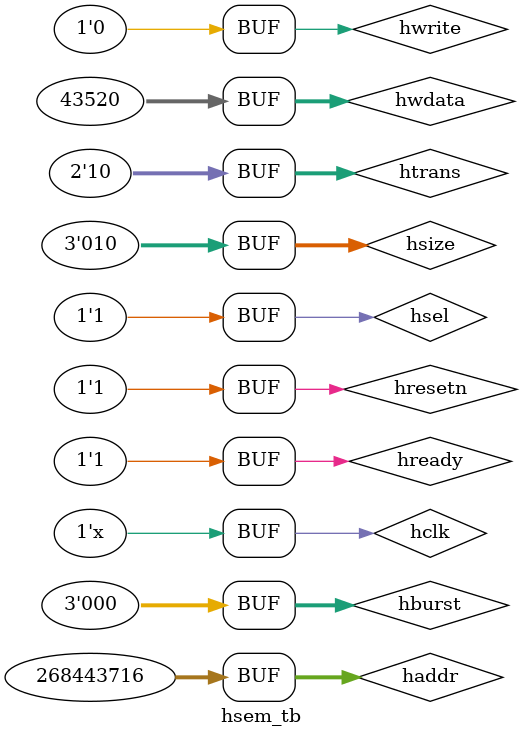
<source format=v>
`include "sem_config.v"

module hsem_tb();

    reg               hclk;
    reg               hresetn;
    reg               hsel; // In fact, hsel is same as hready in functional judgement
    reg               hready; // this is the ready_in
    reg       [2:0]   hburst; // default is single transfer
    reg               hmastlock; //not used
    reg       [3:0]   hprot;  // not used
    reg       [1:0]   htrans; // only use bit 1 to judge
    reg       [2:0]   hsize;  // default is 3'b010 
    reg               hwrite; // use to judge direction
    reg      [31:0]   haddr;  // Maybe need to use reg to save this
    reg      [31:0]   hwdata; // use 
    wire              hreadyout; //this is the ready_out, here we assume all the transfer will be single, thus this signal will always 1'b1
    wire      [1:0]   hresp; // always send okay:2'b00 
    wire     [31:0]   hrdata;
    wire  intr_0;
    wire  intr_1;

    // // resource_0
    // haddr <= 32'h10002000; // phase_0
    // hsel <= 1;
    // hready <= 1;
    // hburst <= 3'b000;
    // htrans <= 2'b10;
    // hsize <= 3'b010;
    // hwrite <= 1;
    // #10;
    // hwdata <= 32'b1;

    always #5 hclk = ~hclk;

    initial begin
        hclk <= 1;
        hresetn <=0; 
        #10;
        hresetn <=1;
        #10;
        // resource_0
        haddr <= 32'h10002000; // phase_0
        hsel <= 1;
        hready <= 1;
        hburst <= 3'b000;
        htrans <= 2'b10;
        hsize <= 3'b010;
        hwrite <= 1;
        #10;
        hwdata <= 32'b1;
        haddr <= 32'h10002000; // phase_1
        hsel <= 1;
        hready <= 1;
        hburst <= 3'b000;
        htrans <= 2'b10;
        hsize <= 3'b010;
        hwrite <= 1;
        #10;
        // resource_1
        hwdata <= 32'haa00;
        haddr <= 32'h10002020; // read intr status
        hsel <= 1;
        hready <= 1;
        hburst <= 3'b000;
        htrans <= 2'b10;
        hsize <= 3'b010;
        hwrite <= 0;
        #10;
        // resource_1
        haddr <= 32'h10002028; // read err
        hsel <= 1;
        hready <= 1;
        hburst <= 3'b000;
        htrans <= 2'b10;
        hsize <= 3'b010;
        hwrite <= 0;
        #10;
        // resource_1
        haddr <= 32'h1000202c; // clear err
        hsel <= 1;
        hready <= 1;
        hburst <= 3'b000;
        htrans <= 2'b10;
        hsize <= 3'b010;
        hwrite <= 0;
        #10;
        // resource_1
        haddr <= 32'h10002024; // clear intr
        hsel <= 1;
        hready <= 1;
        hburst <= 3'b000;
        htrans <= 2'b10;
        hsize <= 3'b010;
        hwrite <= 0;
        #10;
        // resource_1
        haddr <= 32'h10002030; // read hsem0 status
        hsel <= 1;
        hready <= 1;
        hburst <= 3'b000;
        htrans <= 2'b10;
        hsize <= 3'b010;
        hwrite <= 0;
        #10;
        // resource_1
        haddr <= 32'h10002044; // read hsem0 status
        hsel <= 1;
        hready <= 1;
        hburst <= 3'b000;
        htrans <= 2'b10;
        hsize <= 3'b010;
        hwrite <= 0;
    end

    // initial begin
    //     hclk <= 1;
    //     hresetn <=0; 
    //     #10;
    //     hresetn <=1;
    //     #10;
    //     // resource_0
    //     haddr <= 32'h10002000; // phase_0
    //     hsel <= 1;
    //     hready <= 1;
    //     hburst <= 3'b000;
    //     htrans <= 2'b10;
    //     hsize <= 3'b010;
    //     hwrite <= 1;
    //     #10;
    //     hwdata <= 32'b1;
    //     haddr <= 32'h10002004; // phase_1
    //     hsel <= 1;
    //     hready <= 1;
    //     hburst <= 3'b000;
    //     htrans <= 2'b10;
    //     hsize <= 3'b010;
    //     hwrite <= 1;
    //     #10;
    //     // resource_1
    //     hwdata <= 32'b1;
    //     haddr <= 32'h10002008; // phase_0
    //     hsel <= 1;
    //     hready <= 1;
    //     hburst <= 3'b000;
    //     htrans <= 2'b10;
    //     hsize <= 3'b010;
    //     hwrite <= 1;
    //     #10;
    //     hwdata <= 32'b1;
    //     haddr <= 32'h1000200c; // phase_1
    //     hsel <= 1;
    //     hready <= 1;
    //     hburst <= 3'b000;
    //     htrans <= 2'b10;
    //     hsize <= 3'b010;
    //     hwrite <= 1;
    //     #10;
    //     // resource_0
    //     hwdata <= 32'b1;
    //     haddr <= 32'h10002010; // phase_0
    //     hsel <= 1;
    //     hready <= 1;
    //     hburst <= 3'b000;
    //     htrans <= 2'b10;
    //     hsize <= 3'b010;
    //     hwrite <= 1;
    //     #10;
    //     hwdata <= 32'b1;
    //     haddr <= 32'h10002014; // phase_1
    //     hsel <= 1;
    //     hready <= 1;
    //     hburst <= 3'b000;
    //     htrans <= 2'b10;
    //     hsize <= 3'b010;
    //     hwrite <= 1;
    //     #10;
    //     // resource_1
    //     hwdata <= 32'b1;
    //     haddr <= 32'h10002018; // phase_0
    //     hsel <= 1;
    //     hready <= 1;
    //     hburst <= 3'b000;
    //     htrans <= 2'b10;
    //     hsize <= 3'b010;
    //     hwrite <= 1;
    //     #10;
    //     hwdata <= 32'b1;
    //     haddr <= 32'h1000201c; // phase_1
    //     hsel <= 1;
    //     hready <= 1;
    //     hburst <= 3'b000;
    //     htrans <= 2'b10;
    //     hsize <= 3'b010;
    //     hwrite <= 1;
    //     #10;
    //     // resource_0
    //     hwdata <= 32'b1;
    //     haddr <= 32'h10002020; // phase_0
    //     hsel <= 1;
    //     hready <= 1;
    //     hburst <= 3'b000;
    //     htrans <= 2'b10;
    //     hsize <= 3'b010;
    //     hwrite <= 1;
    //     #10;
    //     hwdata <= 32'b1001;
    //     haddr <= 32'h10002024; // phase_1
    //     hsel <= 1;
    //     hready <= 1;
    //     hburst <= 3'b000;
    //     htrans <= 2'b10;
    //     hsize <= 3'b010;
    //     hwrite <= 1;
    //     #10;
    //     // resource_1
    //     hwdata <= 32'b1010;
    //     haddr <= 32'h10002028; // phase_0
    //     hsel <= 1;
    //     hready <= 1;
    //     hburst <= 3'b000;
    //     htrans <= 2'b10;
    //     hsize <= 3'b010;
    //     hwrite <= 1;
    //     #10;
    //     hwdata <= 32'b1011;
    //     haddr <= 32'h1000202c; // phase_1
    //     hsel <= 1;
    //     hready <= 1;
    //     hburst <= 3'b000;
    //     htrans <= 2'b10;
    //     hsize <= 3'b010;
    //     hwrite <= 1;
    //     #10;
    //     // resource_0
    //     hwdata <= 32'b1100;
    //     haddr <= 32'h10002030; // phase_0
    //     hsel <= 1;
    //     hready <= 1;
    //     hburst <= 3'b000;
    //     htrans <= 2'b10;
    //     hsize <= 3'b010;
    //     hwrite <= 1;
    //     #10;
    //     hwdata <= 32'b1101;
    //     haddr <= 32'h10002034; // phase_1
    //     hsel <= 1;
    //     hready <= 1;
    //     hburst <= 3'b000;
    //     htrans <= 2'b10;
    //     hsize <= 3'b010;
    //     hwrite <= 1;
    //     #10;
    //     // resource_1
    //     hwdata <= 32'b1110;
    //     haddr <= 32'h10002038; // phase_0
    //     hsel <= 1;
    //     hready <= 1;
    //     hburst <= 3'b000;
    //     htrans <= 2'b10;
    //     hsize <= 3'b010;
    //     hwrite <= 1;
    //     #10;
    //     hwdata <= 32'b1111;
    //     haddr <= 32'h10002000; // phase_1
    //     hsel <= 1;
    //     hready <= 1;
    //     hburst <= 3'b000;
    //     htrans <= 2'b10;
    //     hsize <= 3'b010;
    //     hwrite <= 0;
    //     #10;
    //     haddr <= 32'h10002004; // phase_1
    //     hsel <= 1;
    //     hready <= 1;
    //     hburst <= 3'b000;
    //     htrans <= 2'b10;
    //     hsize <= 3'b010;
    //     hwrite <= 0;
    //     #10;
    //     haddr <= 32'h10002008; // phase_1
    //     hsel <= 1;
    //     hready <= 1;
    //     hburst <= 3'b000;
    //     htrans <= 2'b10;
    //     hsize <= 3'b010;
    //     hwrite <= 0;
    //     #10;
    //     hwdata <= 32'b1111;
    //     haddr <= 32'h1000200c; // phase_1
    //     hsel <= 1;
    //     hready <= 1;
    //     hburst <= 3'b000;
    //     htrans <= 2'b10;
    //     hsize <= 3'b010;
    //     hwrite <= 0;
    //     #10;
    //     haddr <= 32'h10002010; // phase_1
    //     hsel <= 1;
    //     hready <= 1;
    //     hburst <= 3'b000;
    //     htrans <= 2'b10;
    //     hsize <= 3'b010;
    //     hwrite <= 0;
    //     #10;
    //     haddr <= 32'h10002014; // phase_1
    //     hsel <= 1;
    //     hready <= 1;
    //     hburst <= 3'b000;
    //     htrans <= 2'b10;
    //     hsize <= 3'b010;
    //     hwrite <= 0;
    //     #10;
    //     hwdata <= 32'b1111;
    //     haddr <= 32'h10002018; // phase_1
    //     hsel <= 1;
    //     hready <= 1;
    //     hburst <= 3'b000;
    //     htrans <= 2'b10;
    //     hsize <= 3'b010;
    //     hwrite <= 0;
    //     #10;
    //     haddr <= 32'h1000201c; // phase_1
    //     hsel <= 1;
    //     hready <= 1;
    //     hburst <= 3'b000;
    //     htrans <= 2'b10;
    //     hsize <= 3'b010;
    //     hwrite <= 0;
    //     #10;
    //     haddr <= 32'h10002020; // phase_1
    //     hsel <= 1;
    //     hready <= 1;
    //     hburst <= 3'b000;
    //     htrans <= 2'b10;
    //     hsize <= 3'b010;
    //     hwrite <= 0;
    //     #10;
    //     hwdata <= 32'b1111;
    //     haddr <= 32'h10002024; // phase_1
    //     hsel <= 1;
    //     hready <= 1;
    //     hburst <= 3'b000;
    //     htrans <= 2'b10;
    //     hsize <= 3'b010;
    //     hwrite <= 0;
    //     #10;
    //     haddr <= 32'h10002028; // phase_1
    //     hsel <= 1;
    //     hready <= 1;
    //     hburst <= 3'b000;
    //     htrans <= 2'b10;
    //     hsize <= 3'b010;
    //     hwrite <= 0;
    //     #10;
    //     haddr <= 32'h1000202c; // phase_1
    //     hsel <= 1;
    //     hready <= 1;
    //     hburst <= 3'b000;
    //     htrans <= 2'b10;
    //     hsize <= 3'b010;
    //     hwrite <= 0;
    //     #10;
    //     hwdata <= 32'b1111;
    //     haddr <= 32'h10002030; // phase_1
    //     hsel <= 1;
    //     hready <= 1;
    //     hburst <= 3'b000;
    //     htrans <= 2'b10;
    //     hsize <= 3'b010;
    //     hwrite <= 0;
    //     #10;
    //     haddr <= 32'h10002034; // phase_1
    //     hsel <= 1;
    //     hready <= 1;
    //     hburst <= 3'b000;
    //     htrans <= 2'b10;
    //     hsize <= 3'b010;
    //     hwrite <= 0;
    //     #10;
    //     haddr <= 32'h10002038; // phase_1
    //     hsel <= 1;
    //     hready <= 1;
    //     hburst <= 3'b000;
    //     htrans <= 2'b10;
    //     hsize <= 3'b010;
    //     hwrite <= 0;
    //     #10;
    //     hsel <= 0;

    // end

    hsem_top i_hsem_top(
    .hclk(hclk),
    .hresetn(hresetn),
    .hsel(hsel), 
    .hready(hready),
    .hburst(hburst),
    .hmastlock(hmastlock),
    .hprot(hprot),
    .htrans(htrans),
    .hsize(hsize),
    .hwrite(hwrite),
    .haddr(haddr),
    .hwdata(hwdata),
    .hreadyout(hreadyout),
    .hresp(hresp),
    .hrdata(hrdata),
    .intr_0(intr_0),
    .intr_1(intr_1)
    );
endmodule
</source>
